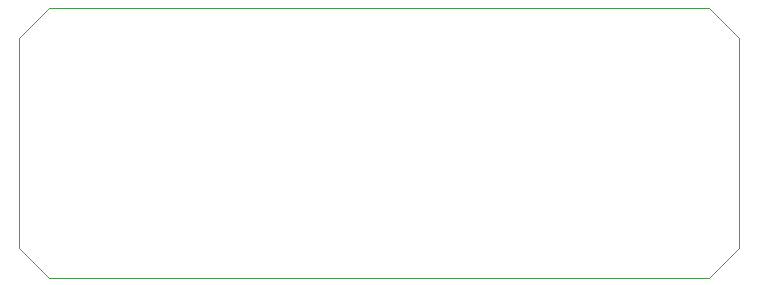
<source format=gbr>
%TF.GenerationSoftware,KiCad,Pcbnew,(6.0.0)*%
%TF.CreationDate,2025-04-26T12:20:10+03:00*%
%TF.ProjectId,light-sensor,6c696768-742d-4736-956e-736f722e6b69,rev?*%
%TF.SameCoordinates,Original*%
%TF.FileFunction,Profile,NP*%
%FSLAX46Y46*%
G04 Gerber Fmt 4.6, Leading zero omitted, Abs format (unit mm)*
G04 Created by KiCad (PCBNEW (6.0.0)) date 2025-04-26 12:20:10*
%MOMM*%
%LPD*%
G01*
G04 APERTURE LIST*
%TA.AperFunction,Profile*%
%ADD10C,0.100000*%
%TD*%
G04 APERTURE END LIST*
D10*
X172720000Y-85090000D02*
X175260000Y-87630000D01*
X116840000Y-85090000D02*
X172720000Y-85090000D01*
X114300000Y-87630000D02*
X116840000Y-85090000D01*
X114300000Y-105410000D02*
X114300000Y-87630000D01*
X116840000Y-107950000D02*
X114300000Y-105410000D01*
X172720000Y-107950000D02*
X116840000Y-107950000D01*
X175260000Y-105410000D02*
X172720000Y-107950000D01*
X175260000Y-87630000D02*
X175260000Y-105410000D01*
M02*

</source>
